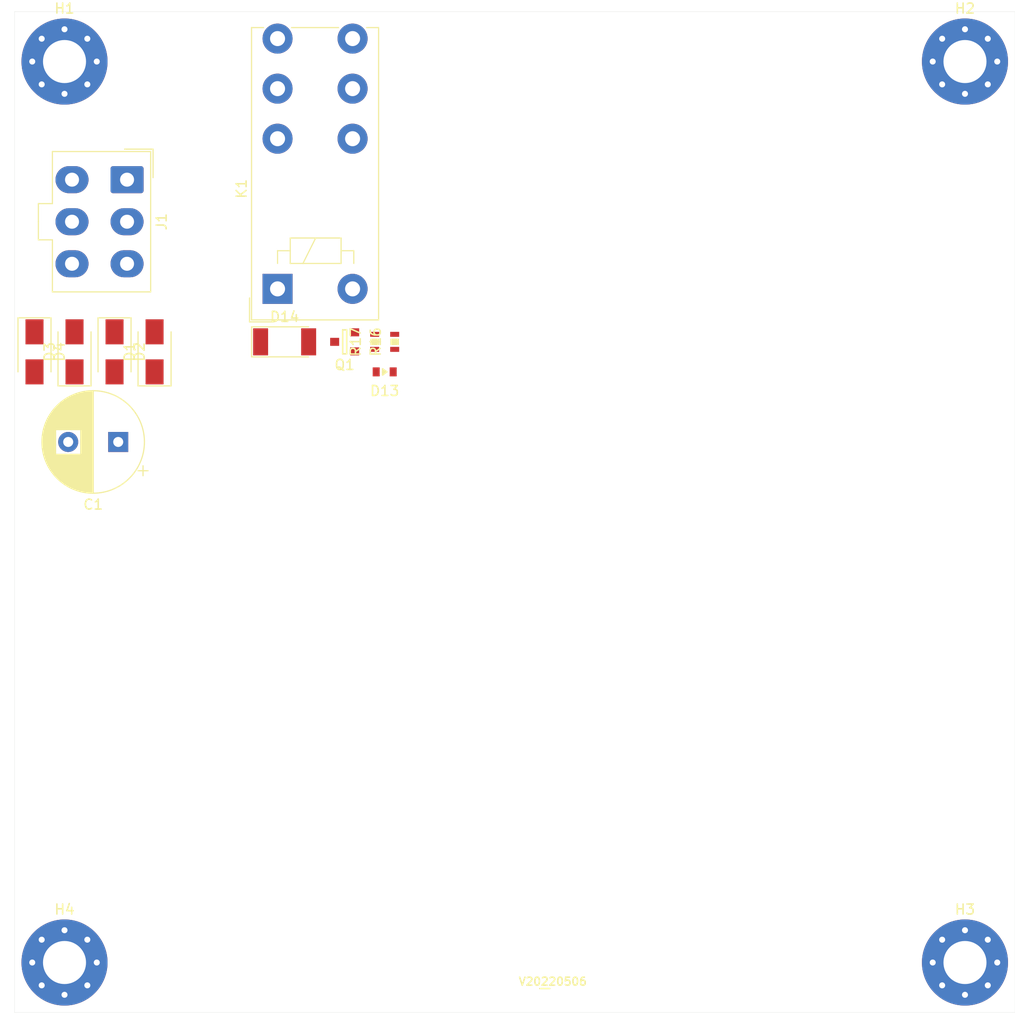
<source format=kicad_pcb>
(kicad_pcb (version 20211014) (generator pcbnew)
  (layers (0 "F.Cu" signal) (31 "B.Cu" signal) (34 "B.Paste" user) (35 "F.Paste" user) (36 "B.SilkS" user "B.Silkscreen") (37 "F.SilkS" user "F.Silkscreen") (38 "B.Mask" user) (39 "F.Mask" user) (44 "Edge.Cuts" user))
  (net 0 "")
  (net 1 "VDD")
  (net 2 "VSS")
  (net 3 "/AC_LP_1")
  (net 4 "/AC_LP_2")
  (net 5 "Net-(D13-Pad1)")
  (net 6 "/safety relay/Enable")
  (net 7 "/safety relay/+12V")
  (net 8 "/safety relay/Coil")
  (net 9 "/AC_POWER_1")
  (net 10 "/AC_POWER_2")
  (net 11 "/safety relay/N_out")
  (net 14 "/safety relay/L_out")
  (net 15 "/safety relay/VSS")
  (footprint "MountingHole:MountingHole_4.3mm_M4_Pad_Via" (layer "F.Cu") (at 45 25)
    (fp_text reference "H1" (at 0 -5.3) (layer "F.SilkS"))
    (fp_text value "M4")
    (pad "1" thru_hole circle (at -2.280419 -2.280419) (size 0.9 0.9) (drill 0.6) (layers *.Cu *.Mask))
    (pad "1" thru_hole circle (at 3.225 0) (size 0.9 0.9) (drill 0.6) (layers *.Cu *.Mask))
    (pad "1" thru_hole circle (at -3.225 0) (size 0.9 0.9) (drill 0.6) (layers *.Cu *.Mask))
    (pad "1" thru_hole circle (at -2.280419 2.280419) (size 0.9 0.9) (drill 0.6) (layers *.Cu *.Mask))
    (pad "1" thru_hole circle (at 0 -3.225) (size 0.9 0.9) (drill 0.6) (layers *.Cu *.Mask))
    (pad "1" thru_hole circle (at 0 0) (size 8.6 8.6) (drill 4.3) (layers *.Cu *.Mask))
    (pad "1" thru_hole circle (at 2.280419 -2.280419) (size 0.9 0.9) (drill 0.6) (layers *.Cu *.Mask))
    (pad "1" thru_hole circle (at 0 3.225) (size 0.9 0.9) (drill 0.6) (layers *.Cu *.Mask))
    (pad "1" thru_hole circle (at 2.280419 2.280419) (size 0.9 0.9) (drill 0.6) (layers *.Cu *.Mask))
  )
  (footprint "Diode_SMD:D_SMA" (layer "F.Cu") (at 46 54 90)
    (fp_text reference "D3" (at 0 -2.5 90) (layer "F.SilkS"))
    (fp_text value "1N4001")
    (fp_line (start -3.4 -1.65) (end 2 -1.65) (layer "F.SilkS") (width 0.12))
    (fp_line (start -3.4 -1.65) (end -3.4 1.65) (layer "F.SilkS") (width 0.12))
    (fp_line (start -3.4 1.65) (end 2 1.65) (layer "F.SilkS") (width 0.12))
    (pad "1" smd rect (at -2 0 90) (size 2.5 1.8) (layers "F.Cu" "F.Paste" "F.Mask") (net 1 "VDD"))
    (pad "2" smd rect (at 2 0 90) (size 2.5 1.8) (layers "F.Cu" "F.Paste" "F.Mask") (net 4 "/AC_LP_2"))
  )
  (footprint "Diode_SMD:D_MELF" (layer "F.Cu") (at 67 53)
    (fp_text reference "D14" (at 0 -2.5) (layer "F.SilkS"))
    (fp_text value "LL4148")
    (fp_line (start -3.3 1.5) (end 2.4 1.5) (layer "F.SilkS") (width 0.12))
    (fp_line (start -3.3 -1.5) (end -3.3 1.5) (layer "F.SilkS") (width 0.12))
    (fp_line (start 2.4 -1.5) (end -3.3 -1.5) (layer "F.SilkS") (width 0.12))
    (pad "1" smd rect (at -2.4 0) (size 1.5 2.7) (layers "F.Cu" "F.Paste" "F.Mask") (net 7 "/safety relay/+12V"))
    (pad "2" smd rect (at 2.4 0) (size 1.5 2.7) (layers "F.Cu" "F.Paste" "F.Mask") (net 8 "/safety relay/Coil"))
  )
  (footprint "SquantorLabels:Label_Generic" (layer "F.Cu") (at 93 117)
    (fp_text reference "N1" hide)
    (fp_text value "V20220506" (at 0.8 -0.1) (layer "F.SilkS") (effects (font (size 0.8 0.8))))
    (fp_line (start -0.5 0.6) (end 0.5 0.6) (layer "F.SilkS") (width 0.15))
  )
  (footprint "SquantorRcl:R_0603" (layer "F.Cu") (at 78 53 90)
    (fp_text reference "R16" (at 0 -1.9 90) (layer "F.SilkS"))
    (fp_text value "1K")
    (fp_line (start 0 -0.35) (end 0 0.35) (layer "F.SilkS") (width 0.15))
    (fp_line (start -0.25 -0.35) (end -0.25 0.35) (layer "F.SilkS") (width 0.15))
    (fp_line (start 0.1 -0.35) (end 0.1 0.35) (layer "F.SilkS") (width 0.15))
    (fp_line (start 0.25 0.35) (end 0.25 -0.35) (layer "F.SilkS") (width 0.15))
    (fp_line (start -0.1 -0.35) (end -0.1 0.35) (layer "F.SilkS") (width 0.15))
    (fp_line (start 0.25 -0.35) (end -0.25 -0.35) (layer "F.SilkS") (width 0.15))
    (fp_line (start -0.25 0.35) (end 0.25 0.35) (layer "F.SilkS") (width 0.15))
    (pad "1" smd rect locked (at -0.75 0 90) (size 0.5 0.9) (layers "F.Cu" "F.Paste" "F.Mask") (net 5 "Net-(D13-Pad1)"))
    (pad "2" smd rect locked (at 0.75 0 90) (size 0.5 0.9) (layers "F.Cu" "F.Paste" "F.Mask") (net 15 "/safety relay/VSS"))
  )
  (footprint "Capacitor_THT:CP_Radial_D10.0mm_P5.00mm" (layer "F.Cu") (at 50.367677 63 180)
    (fp_text reference "C1" (at 2.5 -6.25) (layer "F.SilkS"))
    (fp_text value "470u")
    (fp_line (start 6.101 -3.601) (end 6.101 -1.241) (layer "F.SilkS") (width 0.12))
    (fp_line (start 6.181 -3.52) (end 6.181 -1.241) (layer "F.SilkS") (width 0.12))
    (fp_line (start 3.781 1.241) (end 3.781 4.918) (layer "F.SilkS") (width 0.12))
    (fp_line (start 4.781 1.241) (end 4.781 4.545) (layer "F.SilkS") (width 0.12))
    (fp_line (start 4.381 1.241) (end 4.381 4.723) (layer "F.SilkS") (width 0.12))
    (fp_line (start 4.981 1.241) (end 4.981 4.44) (layer "F.SilkS") (width 0.12))
    (fp_line (start 5.981 -3.716) (end 5.981 -1.241) (layer "F.SilkS") (width 0.12))
    (fp_line (start 4.061 1.241) (end 4.061 4.837) (layer "F.SilkS") (width 0.12))
    (fp_line (start 5.181 -4.323) (end 5.181 -1.241) (layer "F.SilkS") (width 0.12))
    (fp_line (start 5.141 -4.347) (end 5.141 -1.241) (layer "F.SilkS") (width 0.12))
    (fp_line (start 5.261 1.241) (end 5.261 4.273) (layer "F.SilkS") (width 0.12))
    (fp_line (start 3.541 -4.974) (end 3.541 4.974) (layer "F.SilkS") (width 0.12))
    (fp_line (start 4.461 1.241) (end 4.461 4.69) (layer "F.SilkS") (width 0.12))
    (fp_line (start 4.781 -4.545) (end 4.781 -1.241) (layer "F.SilkS") (width 0.12))
    (fp_line (start -2.479646 -3.375) (end -2.479646 -2.375) (layer "F.SilkS") (width 0.12))
    (fp_line (start 4.461 -4.69) (end 4.461 -1.241) (layer "F.SilkS") (width 0.12))
    (fp_line (start 2.78 -5.073) (end 2.78 5.073) (layer "F.SilkS") (width 0.12))
    (fp_line (start 3.341 -5.011) (end 3.341 5.011) (layer "F.SilkS") (width 0.12))
    (fp_line (start 5.181 1.241) (end 5.181 4.323) (layer "F.SilkS") (width 0.12))
    (fp_line (start 5.941 -3.753) (end 5.941 -1.241) (layer "F.SilkS") (width 0.12))
    (fp_line (start 4.581 -4.639) (end 4.581 -1.241) (layer "F.SilkS") (width 0.12))
    (fp_line (start 4.821 1.241) (end 4.821 4.525) (layer "F.SilkS") (width 0.12))
    (fp_line (start 3.861 1.241) (end 3.861 4.897) (layer "F.SilkS") (width 0.12))
    (fp_line (start 5.221 -4.298) (end 5.221 -1.241) (layer "F.SilkS") (width 0.12))
    (fp_line (start 5.701 -3.957) (end 5.701 -1.241) (layer "F.SilkS") (width 0.12))
    (fp_line (start 6.661 -2.945) (end 6.661 2.945) (layer "F.SilkS") (width 0.12))
    (fp_line (start 4.141 -4.811) (end 4.141 -1.241) (layer "F.SilkS") (width 0.12))
    (fp_line (start 5.381 -4.194) (end 5.381 -1.241) (layer "F.SilkS") (width 0.12))
    (fp_line (start 4.021 1.241) (end 4.021 4.85) (layer "F.SilkS") (width 0.12))
    (fp_line (start 5.821 -3.858) (end 5.821 -1.241) (layer "F.SilkS") (width 0.12))
    (fp_line (start 3.861 -4.897) (end 3.861 -1.241) (layer "F.SilkS") (width 0.12))
    (fp_line (start 5.301 1.241) (end 5.301 4.247) (layer "F.SilkS") (width 0.12))
    (fp_line (start 7.021 -2.365) (end 7.021 2.365) (layer "F.SilkS") (width 0.12))
    (fp_line (start 5.581 1.241) (end 5.581 4.05) (layer "F.SilkS") (width 0.12))
    (fp_line (start 4.221 -4.783) (end 4.221 -1.241) (layer "F.SilkS") (width 0.12))
    (fp_line (start 6.461 -3.206) (end 6.461 3.206) (layer "F.SilkS") (width 0.12))
    (fp_line (start 7.261 -1.846) (end 7.261 1.846) (layer "F.SilkS") (width 0.12))
    (fp_line (start 4.581 1.241) (end 4.581 4.639) (layer "F.SilkS") (width 0.12))
    (fp_line (start 2.94 -5.062) (end 2.94 5.062) (layer "F.SilkS") (width 0.12))
    (fp_line (start 4.421 1.241) (end 4.421 4.707) (layer "F.SilkS") (width 0.12))
    (fp_line (start 4.661 -4.603) (end 4.661 -1.241) (layer "F.SilkS") (width 0.12))
    (fp_line (start 7.221 -1.944) (end 7.221 1.944) (layer "F.SilkS") (width 0.12))
    (fp_line (start 5.461 1.241) (end 5.461 4.138) (layer "F.SilkS") (width 0.12))
    (fp_line (start 2.82 -5.07) (end 2.82 5.07) (layer "F.SilkS") (width 0.12))
    (fp_line (start 6.341 -3.347) (end 6.341 3.347) (layer "F.SilkS") (width 0.12))
    (fp_line (start 3.821 1.241) (end 3.821 4.907) (layer "F.SilkS") (width 0.12))
    (fp_line (start 7.541 -0.862) (end 7.541 0.862) (layer "F.SilkS") (width 0.12))
    (fp_line (start 4.701 1.241) (end 4.701 4.584) (layer "F.SilkS") (width 0.12))
    (fp_line (start 5.661 1.241) (end 5.661 3.989) (layer "F.SilkS") (width 0.12))
    (fp_line (start 3.821 -4.907) (end 3.821 -1.241) (layer "F.SilkS") (width 0.12))
    (fp_line (start 6.981 -2.439) (end 6.981 2.439) (layer "F.SilkS") (width 0.12))
    (fp_line (start 6.861 -2.645) (end 6.861 2.645) (layer "F.SilkS") (width 0.12))
    (fp_line (start 3.941 -4.874) (end 3.941 -1.241) (layer "F.SilkS") (width 0.12))
    (fp_line (start 4.061 -4.837) (end 4.061 -1.241) (layer "F.SilkS") (width 0.12))
    (fp_line (start 6.061 -3.64) (end 6.061 -1.241) (layer "F.SilkS") (width 0.12))
    (fp_line (start 4.661 1.241) (end 4.661 4.603) (layer "F.SilkS") (width 0.12))
    (fp_line (start 4.221 1.241) (end 4.221 4.783) (layer "F.SilkS") (width 0.12))
    (fp_line (start 5.901 -3.789) (end 5.901 -1.241) (layer "F.SilkS") (width 0.12))
    (fp_line (start 4.261 -4.768) (end 4.261 -1.241) (layer "F.SilkS") (width 0.12))
    (fp_line (start 3.661 -4.947) (end 3.661 4.947) (layer "F.SilkS") (width 0.12))
    (fp_line (start 2.62 -5.079) (end 2.62 5.079) (layer "F.SilkS") (width 0.12))
    (fp_line (start 2.54 -5.08) (end 2.54 5.08) (layer "F.SilkS") (width 0.12))
    (fp_line (start 7.581 -0.599) (end 7.581 0.599) (layer "F.SilkS") (width 0.12))
    (fp_line (start 3.02 -5.054) (end 3.02 5.054) (layer "F.SilkS") (width 0.12))
    (fp_line (start 4.941 -4.462) (end 4.941 -1.241) (layer "F.SilkS") (width 0.12))
    (fp_line (start 3.941 1.241) (end 3.941 4.874) (layer "F.SilkS") (width 0.12))
    (fp_line (start 5.461 -4.138) (end 5.461 -1.241) (layer "F.SilkS") (width 0.12))
    (fp_line (start 2.5 -5.08) (end 2.5 5.08) (layer "F.SilkS") (width 0.12))
    (fp_line (start 4.261 1.241) (end 4.261 4.768) (layer "F.SilkS") (width 0.12))
    (fp_line (start 5.821 1.241) (end 5.821 3.858) (layer "F.SilkS") (width 0.12))
    (fp_line (start 5.861 -3.824) (end 5.861 -1.241) (layer "F.SilkS") (width 0.12))
    (fp_line (start 2.7 -5.077) (end 2.7 5.077) (layer "F.SilkS") (width 0.12))
    (fp_line (start 5.301 -4.247) (end 5.301 -1.241) (layer "F.SilkS") (width 0.12))
    (fp_line (start 5.341 1.241) (end 5.341 4.221) (layer "F.SilkS") (width 0.12))
    (fp_line (start 6.621 -3) (end 6.621 3) (layer "F.SilkS") (width 0.12))
    (fp_line (start 6.021 1.241) (end 6.021 3.679) (layer "F.SilkS") (width 0.12))
    (fp_line (start 5.061 -4.395) (end 5.061 -1.241) (layer "F.SilkS") (width 0.12))
    (fp_line (start 5.101 1.241) (end 5.101 4.371) (layer "F.SilkS") (width 0.12))
    (fp_line (start 6.221 -3.478) (end 6.221 -1.241) (layer "F.SilkS") (width 0.12))
    (fp_line (start 5.501 1.241) (end 5.501 4.11) (layer "F.SilkS") (width 0.12))
    (fp_line (start 3.501 -4.982) (end 3.501 4.982) (layer "F.SilkS") (width 0.12))
    (fp_line (start 4.181 1.241) (end 4.181 4.797) (layer "F.SilkS") (width 0.12))
    (fp_line (start 3.621 -4.956) (end 3.621 4.956) (layer "F.SilkS") (width 0.12))
    (fp_line (start 3.381 -5.004) (end 3.381 5.004) (layer "F.SilkS") (width 0.12))
    (fp_line (start 4.101 -4.824) (end 4.101 -1.241) (layer "F.SilkS") (width 0.12))
    (fp_line (start 6.701 -2.889) (end 6.701 2.889) (layer "F.SilkS") (width 0.12))
    (fp_line (start 2.58 -5.08) (end 2.58 5.08) (layer "F.SilkS") (width 0.12))
    (fp_line (start 5.901 1.241) (end 5.901 3.789) (layer "F.SilkS") (width 0.12))
    (fp_line (start 5.781 -3.892) (end 5.781 -1.241) (layer "F.SilkS") (width 0.12))
    (fp_line (start 4.741 -4.564) (end 4.741 -1.241) (layer "F.SilkS") (width 0.12))
    (fp_line (start 4.341 -4.738) (end 4.341 -1.241) (layer "F.SilkS") (width 0.12))
    (fp_line (start 3.301 -5.018) (end 3.301 5.018) (layer "F.SilkS") (width 0.12))
    (fp_line (start 6.781 -2.77) (end 6.781 2.77) (layer "F.SilkS") (width 0.12))
    (fp_line (start 4.621 -4.621) (end 4.621 -1.241) (layer "F.SilkS") (width 0.12))
    (fp_line (start 6.941 -2.51) (end 6.941 2.51) (layer "F.SilkS") (width 0.12))
    (fp_line (start 6.261 -3.436) (end 6.261 3.436) (layer "F.SilkS") (width 0.12))
    (fp_line (start 5.661 -3.989) (end 5.661 -1.241) (layer "F.SilkS") (width 0.12))
    (fp_line (start 7.381 -1.51) (end 7.381 1.51) (layer "F.SilkS") (width 0.12))
    (fp_line (start 6.501 -3.156) (end 6.501 3.156) (layer "F.SilkS") (width 0.12))
    (fp_line (start 3.421 -4.997) (end 3.421 4.997) (layer "F.SilkS") (width 0.12))
    (fp_line (start 3.1 -5.045) (end 3.1 5.045) (layer "F.SilkS") (width 0.12))
    (fp_line (start 4.421 -4.707) (end 4.421 -1.241) (layer "F.SilkS") (width 0.12))
    (fp_line (start 4.141 1.241) (end 4.141 4.811) (layer "F.SilkS") (width 0.12))
    (fp_line (start 4.341 1.241) (end 4.341 4.738) (layer "F.SilkS") (width 0.12))
    (fp_line (start 5.221 1.241) (end 5.221 4.298) (layer "F.SilkS") (width 0.12))
    (fp_line (start 4.501 1.241) (end 4.501 4.674) (layer "F.SilkS") (width 0.12))
    (fp_line (start 7.061 -2.289) (end 7.061 2.289) (layer "F.SilkS") (width 0.12))
    (fp_line (start 7.421 -1.378) (end 7.421 1.378) (layer "F.SilkS") (width 0.12))
    (fp_line (start 3.781 -4.918) (end 3.781 -1.241) (layer "F.SilkS") (width 0.12))
    (fp_line (start 5.421 1.241) (end 5.421 4.166) (layer "F.SilkS") (width 0.12))
    (fp_line (start 4.981 -4.44) (end 4.981 -1.241) (layer "F.SilkS") (width 0.12))
    (fp_line (start 4.821 -4.525) (end 4.821 -1.241) (layer "F.SilkS") (width 0.12))
    (fp_line (start 3.261 -5.024) (end 3.261 5.024) (layer "F.SilkS") (width 0.12))
    (fp_line (start 5.781 1.241) (end 5.781 3.892) (layer "F.SilkS") (width 0.12))
    (fp_line (start 3.14 -5.04) (end 3.14 5.04) (layer "F.SilkS") (width 0.12))
    (fp_line (start 4.861 1.241) (end 4.861 4.504) (layer "F.SilkS") (width 0.12))
    (fp_line (start 3.901 1.241) (end 3.901 4.885) (layer "F.SilkS") (width 0.12))
    (fp_line (start 3.221 -5.03) (end 3.221 5.03) (layer "F.SilkS") (width 0.12))
    (fp_line (start 5.621 -4.02) (end 5.621 -1.241) (layer "F.SilkS") (width 0.12))
    (fp_line (start 7.101 -2.209) (end 7.101 2.209) (layer "F.SilkS") (width 0.12))
    (fp_line (start 5.341 -4.221) (end 5.341 -1.241) (layer "F.SilkS") (width 0.12))
    (fp_line (start 2.66 -5.078) (end 2.66 5.078) (layer "F.SilkS") (width 0.12))
    (fp_line (start 6.581 -3.054) (end 6.581 3.054) (layer "F.SilkS") (width 0.12))
    (fp_line (start 5.021 -4.417) (end 5.021 -1.241) (layer "F.SilkS") (width 0.12))
    (fp_line (start 5.541 1.241) (end 5.541 4.08) (layer "F.SilkS") (width 0.12))
    (fp_line (start 7.301 -1.742) (end 7.301 1.742) (layer "F.SilkS") (width 0.12))
    (fp_line (start 4.621 1.241) (end 4.621 4.621) (layer "F.SilkS") (width 0.12))
    (fp_line (start 6.141 -3.561) (end 6.141 -1.241) (layer "F.SilkS") (width 0.12))
    (fp_line (start 2.9 -5.065) (end 2.9 5.065) (layer "F.SilkS") (width 0.12))
    (fp_line (start 6.821 -2.709) (end 6.821 2.709) (layer "F.SilkS") (width 0.12))
    (fp_line (start 6.181 1.241) (end 6.181 3.52) (layer "F.SilkS") (width 0.12))
    (fp_line (start 5.581 -4.05) (end 5.581 -1.241) (layer "F.SilkS") (width 0.12))
    (fp_line (start 4.741 1.241) (end 4.741 4.564) (layer "F.SilkS") (width 0.12))
    (fp_line (start 3.06 -5.05) (end 3.06 5.05) (layer "F.SilkS") (width 0.12))
    (fp_line (start 5.021 1.241) (end 5.021 4.417) (layer "F.SilkS") (width 0.12))
    (fp_line (start 5.381 1.241) (end 5.381 4.194) (layer "F.SilkS") (width 0.12))
    (fp_line (start 6.061 1.241) (end 6.061 3.64) (layer "F.SilkS") (width 0.12))
    (fp_line (start 4.021 -4.85) (end 4.021 -1.241) (layer "F.SilkS") (width 0.12))
    (fp_line (start 4.301 1.241) (end 4.301 4.754) (layer "F.SilkS") (width 0.12))
    (fp_line (start 5.141 1.241) (end 5.141 4.347) (layer "F.SilkS") (width 0.12))
    (fp_line (start 5.981 1.241) (end 5.981 3.716) (layer "F.SilkS") (width 0.12))
    (fp_line (start 5.941 1.241) (end 5.941 3.753) (layer "F.SilkS") (width 0.12))
    (fp_line (start 5.101 -4.371) (end 5.101 -1.241) (layer "F.SilkS") (width 0.12))
    (fp_line (start 4.181 -4.797) (end 4.181 -1.241) (layer "F.SilkS") (width 0.12))
    (fp_line (start 3.901 -4.885) (end 3.901 -1.241) (layer "F.SilkS") (width 0.12))
    (fp_line (start 4.381 -4.723) (end 4.381 -1.241) (layer "F.SilkS") (width 0.12))
    (fp_line (start 3.581 -4.965) (end 3.581 4.965) (layer "F.SilkS") (width 0.12))
    (fp_line (start 6.901 -2.579) (end 6.901 2.579) (layer "F.SilkS") (width 0.12))
    (fp_line (start 4.301 -4.754) (end 4.301 -1.241) (layer "F.SilkS") (width 0.12))
    (fp_line (start 2.74 -5.075) (end 2.74 5.075) (layer "F.SilkS") (width 0.12))
    (fp_line (start 3.461 -4.99) (end 3.461 4.99) (layer "F.SilkS") (width 0.12))
    (fp_line (start 3.18 -5.035) (end 3.18 5.035) (layer "F.SilkS") (width 0.12))
    (fp_line (start 3.701 -4.938) (end 3.701 4.938) (layer "F.SilkS") (width 0.12))
    (fp_line (start 3.981 -4.862) (end 3.981 -1.241) (layer "F.SilkS") (width 0.12))
    (fp_line (start 6.421 -3.254) (end 6.421 3.254) (layer "F.SilkS") (width 0.12))
    (fp_line (start 4.901 1.241) (end 4.901 4.483) (layer "F.SilkS") (width 0.12))
    (fp_line (start 5.501 -4.11) (end 5.501 -1.241) (layer "F.SilkS") (width 0.12))
    (fp_line (start 6.101 1.241) (end 6.101 3.601) (layer "F.SilkS") (width 0.12))
    (fp_line (start 4.101 1.241) (end 4.101 4.824) (layer "F.SilkS") (width 0.12))
    (fp_line (start 4.901 -4.483) (end 4.901 -1.241) (layer "F.SilkS") (width 0.12))
    (fp_line (start 7.341 -1.63) (end 7.341 1.63) (layer "F.SilkS") (width 0.12))
    (fp_line (start -2.979646 -2.875) (end -1.979646 -2.875) (layer "F.SilkS") (width 0.12))
    (fp_line (start 6.141 1.241) (end 6.141 3.561) (layer "F.SilkS") (width 0.12))
    (fp_line (start 6.301 -3.392) (end 6.301 3.392) (layer "F.SilkS") (width 0.12))
    (fp_line (start 2.86 -5.068) (end 2.86 5.068) (layer "F.SilkS") (width 0.12))
    (fp_line (start 6.221 1.241) (end 6.221 3.478) (layer "F.SilkS") (width 0.12))
    (fp_line (start 4.541 1.241) (end 4.541 4.657) (layer "F.SilkS") (width 0.12))
    (fp_line (start 5.861 1.241) (end 5.861 3.824) (layer "F.SilkS") (width 0.12))
    (fp_line (start 2.98 -5.058) (end 2.98 5.058) (layer "F.SilkS") (width 0.12))
    (fp_line (start 7.461 -1.23) (end 7.461 1.23) (layer "F.SilkS") (width 0.12))
    (fp_line (start 5.421 -4.166) (end 5.421 -1.241) (layer "F.SilkS") (width 0.12))
    (fp_line (start 5.621 1.241) (end 5.621 4.02) (layer "F.SilkS") (width 0.12))
    (fp_line (start 4.941 1.241) (end 4.941 4.462) (layer "F.SilkS") (width 0.12))
    (fp_line (start 4.541 -4.657) (end 4.541 -1.241) (layer "F.SilkS") (width 0.12))
    (fp_line (start 6.021 -3.679) (end 6.021 -1.241) (layer "F.SilkS") (width 0.12))
    (fp_line (start 4.861 -4.504) (end 4.861 -1.241) (layer "F.SilkS") (width 0.12))
    (fp_line (start 5.741 1.241) (end 5.741 3.925) (layer "F.SilkS") (width 0.12))
    (fp_line (start 5.541 -4.08) (end 5.541 -1.241) (layer "F.SilkS") (width 0.12))
    (fp_line (start 5.061 1.241) (end 5.061 4.395) (layer "F.SilkS") (width 0.12))
    (fp_line (start 5.261 -4.273) (end 5.261 -1.241) (layer "F.SilkS") (width 0.12))
    (fp_line (start 6.541 -3.106) (end 6.541 3.106) (layer "F.SilkS") (width 0.12))
    (fp_line (start 4.501 -4.674) (end 4.501 -1.241) (layer "F.SilkS") (width 0.12))
    (fp_line (start 6.741 -2.83) (end 6.741 2.83) (layer "F.SilkS") (width 0.12))
    (fp_line (start 5.701 1.241) (end 5.701 3.957) (layer "F.SilkS") (width 0.12))
    (fp_line (start 5.741 -3.925) (end 5.741 -1.241) (layer "F.SilkS") (width 0.12))
    (fp_line (start 6.381 -3.301) (end 6.381 3.301) (layer "F.SilkS") (width 0.12))
    (fp_line (start 4.701 -4.584) (end 4.701 -1.241) (layer "F.SilkS") (width 0.12))
    (fp_line (start 7.141 -2.125) (end 7.141 2.125) (layer "F.SilkS") (width 0.12))
    (fp_line (start 7.181 -2.037) (end 7.181 2.037) (layer "F.SilkS") (width 0.12))
    (fp_line (start 3.981 1.241) (end 3.981 4.862) (layer "F.SilkS") (width 0.12))
    (fp_line (start 3.741 -4.928) (end 3.741 4.928) (layer "F.SilkS") (width 0.12))
    (fp_line (start 7.501 -1.062) (end 7.501 1.062) (layer "F.SilkS") (width 0.12))
    (fp_circle (center 2.5 0) (end 7.62 0) (layer "F.SilkS") (width 0.12) (fill none))
    (pad "1" thru_hole rect (at 0 0 180) (size 2 2) (drill 1) (layers *.Cu *.Mask) (net 1 "VDD"))
    (pad "2" thru_hole circle (at 5 0 180) (size 2 2) (drill 1) (layers *.Cu *.Mask) (net 2 "VSS"))
  )
  (footprint "SquantorIC:SOT23-3" (layer "F.Cu") (at 73 53 180)
    (fp_text reference "Q1" (at 0 -2.3) (layer "F.SilkS"))
    (fp_text value "Q_NMOS_GSD")
    (fp_line (start -0.2 -1.2) (end 0.2 -1.2) (layer "F.SilkS") (width 0.15))
    (fp_line (start -0.2 1.2) (end -0.2 -1.2) (layer "F.SilkS") (width 0.15))
    (fp_line (start 0.2 -1.2) (end 0.2 1.2) (layer "F.SilkS") (width 0.15))
    (fp_line (start 0.2 1.2) (end -0.2 1.2) (layer "F.SilkS") (width 0.15))
    (pad "1" smd rect locked (at -1 -0.95 90) (size 0.8 0.9) (layers "F.Cu" "F.Paste" "F.Mask") (net 6 "/safety relay/Enable"))
    (pad "2" smd rect locked (at -1 0.95 90) (size 0.8 0.9) (layers "F.Cu" "F.Paste" "F.Mask") (net 15 "/safety relay/VSS"))
    (pad "3" smd rect locked (at 1 0 90) (size 0.8 0.9) (layers "F.Cu" "F.Paste" "F.Mask") (net 8 "/safety relay/Coil"))
  )
  (footprint "Diode_SMD:D_SMA" (layer "F.Cu") (at 42 54 -90)
    (fp_text reference "D4" (at 0 -2.5 90) (layer "F.SilkS"))
    (fp_text value "1N4001")
    (fp_line (start -3.4 -1.65) (end -3.4 1.65) (layer "F.SilkS") (width 0.12))
    (fp_line (start -3.4 1.65) (end 2 1.65) (layer "F.SilkS") (width 0.12))
    (fp_line (start -3.4 -1.65) (end 2 -1.65) (layer "F.SilkS") (width 0.12))
    (pad "1" smd rect (at -2 0 270) (size 2.5 1.8) (layers "F.Cu" "F.Paste" "F.Mask") (net 4 "/AC_LP_2"))
    (pad "2" smd rect (at 2 0 270) (size 2.5 1.8) (layers "F.Cu" "F.Paste" "F.Mask") (net 2 "VSS"))
  )
  (footprint "Relay_THT:Relay_DPDT_Finder_40.52" (layer "F.Cu") (at 66.2925 47.7075 90)
    (fp_text reference "K1" (at 10 -3.6 90) (layer "F.SilkS"))
    (fp_text value "FINDER-40.52")
    (fp_line (start -3.1 -2.6) (end 26.1 -2.6) (layer "F.SilkS") (width 0.12))
    (fp_line (start 5.08 6.35) (end 2.54 6.35) (layer "F.SilkS") (width 0.12))
    (fp_line (start 5.08 1.27) (end 5.08 6.35) (layer "F.SilkS") (width 0.12))
    (fp_line (start 2.54 0) (end 3.81 0) (layer "F.SilkS") (width 0.12))
    (fp_line (start -0.9 -2.8) (end -3.3 -2.8) (layer "F.SilkS") (width 0.12))
    (fp_line (start 26.1 1.4) (end 26.1 6.1) (layer "F.SilkS") (width 0.12))
    (fp_line (start 3.81 0) (end 3.81 1.27) (layer "F.SilkS") (width 0.12))
    (fp_line (start 3.81 6.35) (end 3.81 7.62) (layer "F.SilkS") (width 0.12))
    (fp_line (start -3.1 10.1) (end -3.1 -2.6) (layer "F.SilkS") (width 0.12))
    (fp_line (start 26.1 10.1) (end -3.1 10.1) (layer "F.SilkS") (width 0.12))
    (fp_line (start 2.54 1.27) (end 3.81 1.27) (layer "F.SilkS") (width 0.12))
    (fp_line (start 3.81 7.62) (end 2.54 7.62) (layer "F.SilkS") (width 0.12))
    (fp_line (start 3.81 1.27) (end 5.08 1.27) (layer "F.SilkS") (width 0.12))
    (fp_line (start -3.3 -0.4) (end -3.3 -2.8) (layer "F.SilkS") (width 0.12))
    (fp_line (start 2.54 2.54) (end 5.08 3.81) (layer "F.SilkS") (width 0.12))
    (fp_line (start 2.54 6.35) (end 2.54 1.27) (layer "F.SilkS") (width 0.12))
    (fp_line (start 26.1 8.9) (end 26.1 10.1) (layer "F.SilkS") (width 0.12))
    (fp_line (start 26.1 -2.6) (end 26.1 -1.4) (layer "F.SilkS") (width 0.12))
    (pad "11" thru_hole circle (at 20 0 90) (size 3 3) (drill 1.5) (layers *.Cu *.Mask) (net 10 "/AC_POWER_2"))
    (pad "12" thru_hole circle (at 15 0 90) (size 3 3) (drill 1.5) (layers *.Cu *.Mask) (net 11 "/safety relay/N_out"))
    (pad "14" thru_hole circle (at 25 0 90) (size 3 3) (drill 1.5) (layers *.Cu *.Mask))
    (pad "21" thru_hole circle (at 20 7.5 90) (size 3 3) (drill 1.5) (layers *.Cu *.Mask) (net 9 "/AC_POWER_1"))
    (pad "22" thru_hole circle (at 15 7.5 90) (size 3 3) (drill 1.5) (layers *.Cu *.Mask))
    (pad "24" thru_hole circle (at 25 7.5 90) (size 3 3) (drill 1.5) (layers *.Cu *.Mask) (net 14 "/safety relay/L_out"))
    (pad "A1" thru_hole rect (at 0 0 90) (size 3 3) (drill 1.5) (layers *.Cu *.Mask) (net 7 "/safety relay/+12V"))
    (pad "A2" thru_hole circle (at 0 7.5 90) (size 3 3) (drill 1.5) (layers *.Cu *.Mask) (net 8 "/safety relay/Coil"))
  )
  (footprint "SquantorDiodes:LED_0603_hand" (layer "F.Cu") (at 77 56 180)
    (fp_text reference "D13" (at 0 -1.9) (layer "F.SilkS"))
    (fp_text value "LED")
    (fp_line (start 0.2 0.3) (end 0.2 -0.3) (layer "F.SilkS") (width 0.15))
    (fp_line (start -0.2 0) (end 0.2 0) (layer "F.SilkS") (width 0.15))
    (fp_line (start 0.2 -0.3) (end -0.2 0) (layer "F.SilkS") (width 0.15))
    (fp_line (start 0.1 -0.2) (end 0.1 0.2) (layer "F.SilkS") (width 0.15))
    (fp_line (start -0.2 0) (end 0.2 0.3) (layer "F.SilkS") (width 0.15))
    (pad "1" smd rect locked (at -0.85 0 180) (size 0.7 0.9) (layers "F.Cu" "F.Paste" "F.Mask") (net 5 "Net-(D13-Pad1)"))
    (pad "2" smd rect locked (at 0.85 0 180) (size 0.7 0.9) (layers "F.Cu" "F.Paste" "F.Mask") (net 6 "/safety relay/Enable"))
  )
  (footprint "MountingHole:MountingHole_4.3mm_M4_Pad_Via" (layer "F.Cu") (at 45 115)
    (fp_text reference "H4" (at 0 -5.3) (layer "F.SilkS"))
    (fp_text value "M4")
    (pad "1" thru_hole circle (at -3.225 0) (size 0.9 0.9) (drill 0.6) (layers *.Cu *.Mask))
    (pad "1" thru_hole circle (at -2.280419 -2.280419) (size 0.9 0.9) (drill 0.6) (layers *.Cu *.Mask))
    (pad "1" thru_hole circle (at 2.280419 -2.280419) (size 0.9 0.9) (drill 0.6) (layers *.Cu *.Mask))
    (pad "1" thru_hole circle (at -2.280419 2.280419) (size 0.9 0.9) (drill 0.6) (layers *.Cu *.Mask))
    (pad "1" thru_hole circle (at 3.225 0) (size 0.9 0.9) (drill 0.6) (layers *.Cu *.Mask))
    (pad "1" thru_hole circle (at 0 3.225) (size 0.9 0.9) (drill 0.6) (layers *.Cu *.Mask))
    (pad "1" thru_hole circle (at 2.280419 2.280419) (size 0.9 0.9) (drill 0.6) (layers *.Cu *.Mask))
    (pad "1" thru_hole circle (at 0 0) (size 8.6 8.6) (drill 4.3) (layers *.Cu *.Mask))
    (pad "1" thru_hole circle (at 0 -3.225) (size 0.9 0.9) (drill 0.6) (layers *.Cu *.Mask))
  )
  (footprint "MountingHole:MountingHole_4.3mm_M4_Pad_Via" (layer "F.Cu") (at 135 25)
    (fp_text reference "H2" (at 0 -5.3) (layer "F.SilkS"))
    (fp_text value "M4")
    (pad "1" thru_hole circle (at -3.225 0) (size 0.9 0.9) (drill 0.6) (layers *.Cu *.Mask))
    (pad "1" thru_hole circle (at -2.280419 -2.280419) (size 0.9 0.9) (drill 0.6) (layers *.Cu *.Mask))
    (pad "1" thru_hole circle (at -2.280419 2.280419) (size 0.9 0.9) (drill 0.6) (layers *.Cu *.Mask))
    (pad "1" thru_hole circle (at 2.280419 2.280419) (size 0.9 0.9) (drill 0.6) (layers *.Cu *.Mask))
    (pad "1" thru_hole circle (at 0 0) (size 8.6 8.6) (drill 4.3) (layers *.Cu *.Mask))
    (pad "1" thru_hole circle (at 3.225 0) (size 0.9 0.9) (drill 0.6) (layers *.Cu *.Mask))
    (pad "1" thru_hole circle (at 0 3.225) (size 0.9 0.9) (drill 0.6) (layers *.Cu *.Mask))
    (pad "1" thru_hole circle (at 0 -3.225) (size 0.9 0.9) (drill 0.6) (layers *.Cu *.Mask))
    (pad "1" thru_hole circle (at 2.280419 -2.280419) (size 0.9 0.9) (drill 0.6) (layers *.Cu *.Mask))
  )
  (footprint "MountingHole:MountingHole_4.3mm_M4_Pad_Via" (layer "F.Cu") (at 135 115)
    (fp_text reference "H3" (at 0 -5.3) (layer "F.SilkS"))
    (fp_text value "M4")
    (pad "1" thru_hole circle (at 3.225 0) (size 0.9 0.9) (drill 0.6) (layers *.Cu *.Mask))
    (pad "1" thru_hole circle (at 0 -3.225) (size 0.9 0.9) (drill 0.6) (layers *.Cu *.Mask))
    (pad "1" thru_hole circle (at -2.280419 -2.280419) (size 0.9 0.9) (drill 0.6) (layers *.Cu *.Mask))
    (pad "1" thru_hole circle (at 0 3.225) (size 0.9 0.9) (drill 0.6) (layers *.Cu *.Mask))
    (pad "1" thru_hole circle (at -3.225 0) (size 0.9 0.9) (drill 0.6) (layers *.Cu *.Mask))
    (pad "1" thru_hole circle (at 2.280419 -2.280419) (size 0.9 0.9) (drill 0.6) (layers *.Cu *.Mask))
    (pad "1" thru_hole circle (at 0 0) (size 8.6 8.6) (drill 4.3) (layers *.Cu *.Mask))
    (pad "1" thru_hole circle (at -2.280419 2.280419) (size 0.9 0.9) (drill 0.6) (layers *.Cu *.Mask))
    (pad "1" thru_hole circle (at 2.280419 2.280419) (size 0.9 0.9) (drill 0.6) (layers *.Cu *.Mask))
  )
  (footprint "Connector_Molex:Molex_Mini-Fit_Jr_5566-06A_2x03_P4.20mm_Vertical" (layer "F.Cu") (at 51.25 36.8 -90)
    (fp_text reference "J1" (at 4.2 -3.45 90) (layer "F.SilkS"))
    (fp_text value "molex microfit")
    (fp_line (start 2.39 7.46) (end 2.39 8.86) (layer "F.SilkS") (width 0.12))
    (fp_line (start 4.2 -2.36) (end 11.21 -2.36) (layer "F.SilkS") (width 0.12))
    (fp_line (start -2.81 7.46) (end 2.39 7.46) (layer "F.SilkS") (width 0.12))
    (fp_line (start -3.05 -2.6) (end -3.05 0.25) (layer "F.SilkS") (width 0.12))
    (fp_line (start -0.2 -2.6) (end -3.05 -2.6) (layer "F.SilkS") (width 0.12))
    (fp_line (start -2.81 -2.36) (end -2.81 7.46) (layer "F.SilkS") (width 0.12))
    (fp_line (start 11.21 -2.36) (end 11.21 7.46) (layer "F.SilkS") (width 0.12))
    (fp_line (start 2.39 8.86) (end 4.2 8.86) (layer "F.SilkS") (width 0.12))
    (fp_line (start 6.01 7.46) (end 6.01 8.86) (layer "F.SilkS") (width 0.12))
    (fp_line (start 11.21 7.46) (end 6.01 7.46) (layer "F.SilkS") (width 0.12))
    (fp_line (start 4.2 -2.36) (end -2.81 -2.36) (layer "F.SilkS") (width 0.12))
    (fp_line (start 6.01 8.86) (end 4.2 8.86) (layer "F.SilkS") (width 0.12))
    (pad "1" thru_hole roundrect (at 0 0 270) (size 2.7 3.3) (drill 1.4) (layers *.Cu *.Mask) (roundrect_rratio 0.092593) (net 9 "/AC_POWER_1"))
    (pad "2" thru_hole oval (at 4.2 0 270) (size 2.7 3.3) (drill 1.4) (layers *.Cu *.Mask) (net 9 "/AC_POWER_1"))
    (pad "3" thru_hole oval (at 8.4 0 270) (size 2.7 3.3) (drill 1.4) (layers *.Cu *.Mask) (net 3 "/AC_LP_1"))
    (pad "4" thru_hole oval (at 0 5.5 270) (size 2.7 3.3) (drill 1.4) (layers *.Cu *.Mask) (net 10 "/AC_POWER_2"))
    (pad "5" thru_hole oval (at 4.2 5.5 270) (size 2.7 3.3) (drill 1.4) (layers *.Cu *.Mask) (net 10 "/AC_POWER_2"))
    (pad "6" thru_hole oval (at 8.4 5.5 270) (size 2.7 3.3) (drill 1.4) (layers *.Cu *.Mask) (net 4 "/AC_LP_2"))
  )
  (footprint "SquantorRcl:R_0603" (layer "F.Cu") (at 76 53 90)
    (fp_text reference "R17" (at 0 -1.9 90) (layer "F.SilkS"))
    (fp_text value "10K")
    (fp_line (start -0.25 0.35) (end 0.25 0.35) (layer "F.SilkS") (width 0.15))
    (fp_line (start -0.1 -0.35) (end -0.1 0.35) (layer "F.SilkS") (width 0.15))
    (fp_line (start 0.1 -0.35) (end 0.1 0.35) (layer "F.SilkS") (width 0.15))
    (fp_line (start 0.25 -0.35) (end -0.25 -0.35) (layer "F.SilkS") (width 0.15))
    (fp_line (start 0.25 0.35) (end 0.25 -0.35) (layer "F.SilkS") (width 0.15))
    (fp_line (start 0 -0.35) (end 0 0.35) (layer "F.SilkS") (width 0.15))
    (fp_line (start -0.25 -0.35) (end -0.25 0.35) (layer "F.SilkS") (width 0.15))
    (pad "1" smd rect locked (at -0.75 0 90) (size 0.5 0.9) (layers "F.Cu" "F.Paste" "F.Mask") (net 6 "/safety relay/Enable"))
    (pad "2" smd rect locked (at 0.75 0 90) (size 0.5 0.9) (layers "F.Cu" "F.Paste" "F.Mask") (net 15 "/safety relay/VSS"))
  )
  (footprint "Diode_SMD:D_SMA" (layer "F.Cu") (at 54 54 90)
    (fp_text reference "D1" (at 0 -2.5 90) (layer "F.SilkS"))
    (fp_text value "1N4001")
    (fp_line (start -3.4 -1.65) (end 2 -1.65) (layer "F.SilkS") (width 0.12))
    (fp_line (start -3.4 1.65) (end 2 1.65) (layer "F.SilkS") (width 0.12))
    (fp_line (start -3.4 -1.65) (end -3.4 1.65) (layer "F.SilkS") (width 0.12))
    (pad "1" smd rect (at -2 0 90) (size 2.5 1.8) (layers "F.Cu" "F.Paste" "F.Mask") (net 1 "VDD"))
    (pad "2" smd rect (at 2 0 90) (size 2.5 1.8) (layers "F.Cu" "F.Paste" "F.Mask") (net 3 "/AC_LP_1"))
  )
  (footprint "Diode_SMD:D_SMA" (layer "F.Cu") (at 50 54 -90)
    (fp_text reference "D2" (at 0 -2.5 90) (layer "F.SilkS"))
    (fp_text value "1N4001")
    (fp_line (start -3.4 -1.65) (end -3.4 1.65) (layer "F.SilkS") (width 0.12))
    (fp_line (start -3.4 1.65) (end 2 1.65) (layer "F.SilkS") (width 0.12))
    (fp_line (start -3.4 -1.65) (end 2 -1.65) (layer "F.SilkS") (width 0.12))
    (pad "1" smd rect (at -2 0 270) (size 2.5 1.8) (layers "F.Cu" "F.Paste" "F.Mask") (net 3 "/AC_LP_1"))
    (pad "2" smd rect (at 2 0 270) (size 2.5 1.8) (layers "F.Cu" "F.Paste" "F.Mask") (net 2 "VSS"))
  )
  (gr_line (start 140 20) (end 140 120) (layer "Edge.Cuts") (width 0.02))
  (gr_line (start 40 20) (end 140 20) (layer "Edge.Cuts") (width 0.02))
  (gr_line (start 140 120) (end 40 120) (layer "Edge.Cuts") (width 0.02))
  (gr_line (start 40 120) (end 40 20) (layer "Edge.Cuts") (width 0.02))
)
</source>
